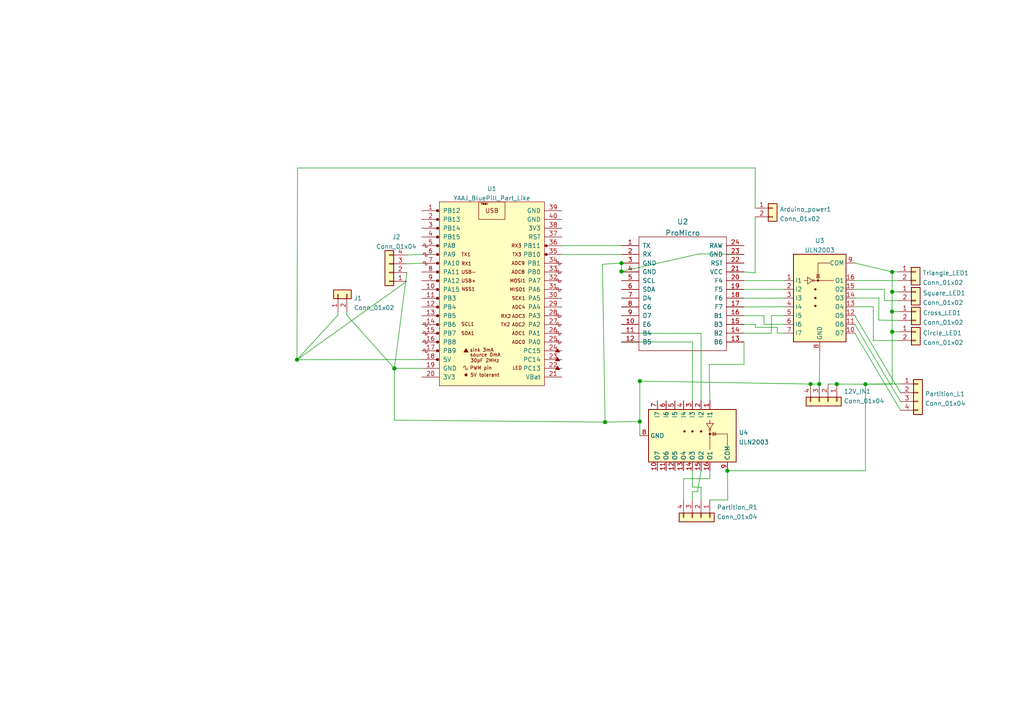
<source format=kicad_sch>
(kicad_sch (version 20210621) (generator eeschema)
  (paper "A4")
  (lib_symbols
    (symbol "BluePill_Part_Like:YAAJ_BluePill_Part_Like" (pin_names (offset 1.016))
      (property "Reference" "U" (at -12.7 25.4 0))
      (property "Value" "YAAJ_BluePill_Part_Like" (at 0 2.54 90))
      (symbol "YAAJ_BluePill_Part_Like_0_0"
        (circle (center -7.493 -24.765) (radius 0.254))
        (circle (center -7.493 -24.765) (radius 0.3556))
        (circle (center 15.748 10.16) (radius 0.3556))
        (circle (center 15.748 12.7) (radius 0.3556))
        (circle (center -15.748 -20.32) (radius 0.3556) (fill (type outline)))
        (circle (center -15.748 -17.78) (radius 0.3556) (fill (type outline)))
        (circle (center -15.748 -15.24) (radius 0.3556) (fill (type outline)))
        (circle (center -15.748 -12.7) (radius 0.3556) (fill (type outline)))
        (circle (center -15.748 -10.16) (radius 0.3556) (fill (type outline)))
        (circle (center -15.748 -7.62) (radius 0.3556) (fill (type outline)))
        (circle (center -15.748 -5.08) (radius 0.3556) (fill (type outline)))
        (circle (center -15.748 -2.54) (radius 0.3556) (fill (type outline)))
        (circle (center -15.748 0) (radius 0.3556) (fill (type outline)))
        (circle (center -15.748 2.54) (radius 0.3556) (fill (type outline)))
        (circle (center -15.748 5.08) (radius 0.3556) (fill (type outline)))
        (circle (center -15.748 7.62) (radius 0.3556) (fill (type outline)))
        (circle (center -15.748 10.16) (radius 0.3556) (fill (type outline)))
        (circle (center -15.748 12.7) (radius 0.3556) (fill (type outline)))
        (circle (center -15.748 15.24) (radius 0.3556) (fill (type outline)))
        (circle (center -15.748 17.78) (radius 0.3556) (fill (type outline)))
        (circle (center -15.748 22.86) (radius 0.3556) (fill (type outline)))
        (circle (center -7.493 -24.765) (radius 0.127) (fill (type outline)))
        (circle (center 15.748 10.16) (radius 0.254) (fill (type outline)))
        (circle (center 15.748 12.7) (radius 0.254) (fill (type outline)))
        (text "30pF 2MHz" (at -2.032 -20.574 0) (effects (font (size 0.9906 0.9906))))
        (text "5V tolerant" (at -2.032 -24.765 0) (effects (font (size 0.9906 0.9906))))
        (text "ADC0" (at 7.747 -15.24 0) (effects (font (size 0.9906 0.9906))))
        (text "ADC1" (at 7.747 -12.7 0) (effects (font (size 0.9906 0.9906))))
        (text "ADC2" (at 7.747 -10.16 0) (effects (font (size 0.9906 0.9906))))
        (text "ADC3" (at 7.747 -7.747 0) (effects (font (size 0.9906 0.9906))))
        (text "ADC4" (at 7.747 -5.08 0) (effects (font (size 0.9906 0.9906))))
        (text "ADC8" (at 7.62 5.08 0) (effects (font (size 0.9906 0.9906))))
        (text "ADC9" (at 7.62 7.62 0) (effects (font (size 0.9906 0.9906))))
        (text "LED" (at 7.366 -22.733 0) (effects (font (size 0.9906 0.9906))))
        (text "MISO1" (at 7.493 0 0) (effects (font (size 0.9906 0.9906))))
        (text "MOSI1" (at 7.493 2.54 0) (effects (font (size 0.9906 0.9906))))
        (text "NSS1" (at -6.858 0.127 0) (effects (font (size 0.9906 0.9906))))
        (text "PWM pin" (at -3.175 -22.733 0) (effects (font (size 0.9906 0.9906))))
        (text "RX1" (at -7.366 7.493 0) (effects (font (size 0.9906 0.9906))))
        (text "RX2" (at 4.064 -7.747 0) (effects (font (size 0.9906 0.9906))))
        (text "RX3" (at 7.112 12.7 0) (effects (font (size 0.9906 0.9906))))
        (text "SCK1" (at 7.747 -2.54 0) (effects (font (size 0.9906 0.9906))))
        (text "SCL1" (at -6.985 -10.033 0) (effects (font (size 0.9906 0.9906))))
        (text "SDA1" (at -6.985 -12.7 0) (effects (font (size 0.9906 0.9906))))
        (text "sink 3mA" (at -2.921 -17.526 0) (effects (font (size 0.9906 0.9906))))
        (text "source 0mA" (at -1.905 -18.923 0) (effects (font (size 0.9906 0.9906))))
        (text "TX1" (at -7.493 10.16 0) (effects (font (size 0.9906 0.9906))))
        (text "TX2" (at 3.937 -10.16 0) (effects (font (size 0.9906 0.9906))))
        (text "TX3" (at 7.239 10.16 0) (effects (font (size 0.9906 0.9906))))
        (text "USB" (at 0 22.86 0) (effects (font (size 1.27 1.27))))
        (text "USB+" (at -6.731 2.54 0) (effects (font (size 0.9906 0.9906))))
        (text "USB-" (at -6.731 5.08 0) (effects (font (size 0.9906 0.9906))))
        (text "Y@@J" (at -2.159 24.892 0) (effects (font (size 0.508 0.508))))
        (polyline (pts (xy -8.128 -18.161) (xy -7.493 -17.145) (xy -6.858 -18.161) (xy -8.128 -18.161) (xy -7.493 -17.272) (xy -6.985 -18.161) (xy -8.001 -18.034) (xy -7.493 -17.399) (xy -7.112 -18.161) (xy -7.874 -17.907) (xy -7.366 -17.526) (xy -7.239 -18.161) (xy -7.747 -17.78) (xy -7.239 -17.653) (xy -7.366 -18.034) (xy -7.62 -17.78) (xy -7.366 -17.907) (xy -7.493 -17.653)))
        (polyline (pts (xy 18.415 -23.241) (xy 19.05 -22.225) (xy 19.685 -23.241) (xy 18.415 -23.241) (xy 19.05 -22.352) (xy 19.558 -23.241) (xy 18.542 -23.114) (xy 19.05 -22.479) (xy 19.431 -23.241) (xy 18.669 -22.987) (xy 19.177 -22.606) (xy 19.304 -23.241) (xy 18.796 -22.86) (xy 19.304 -22.733) (xy 19.177 -23.114) (xy 18.923 -22.86) (xy 19.177 -22.987) (xy 19.05 -22.733)))
        (polyline (pts (xy 18.415 -20.701) (xy 19.05 -19.685) (xy 19.685 -20.701) (xy 18.415 -20.701) (xy 19.05 -19.812) (xy 19.558 -20.701) (xy 18.542 -20.574) (xy 19.05 -19.939) (xy 19.431 -20.701) (xy 18.669 -20.447) (xy 19.177 -20.066) (xy 19.304 -20.701) (xy 18.796 -20.32) (xy 19.304 -20.193) (xy 19.177 -20.574) (xy 18.923 -20.32) (xy 19.177 -20.447) (xy 19.05 -20.193)))
        (polyline (pts (xy 18.415 -18.161) (xy 19.05 -17.145) (xy 19.685 -18.161) (xy 18.415 -18.161) (xy 19.05 -17.272) (xy 19.558 -18.161) (xy 18.542 -18.034) (xy 19.05 -17.399) (xy 19.431 -18.161) (xy 18.669 -17.907) (xy 19.177 -17.526) (xy 19.304 -18.161) (xy 18.796 -17.78) (xy 19.304 -17.653) (xy 19.177 -18.034) (xy 18.923 -17.78) (xy 19.177 -17.907) (xy 19.05 -17.653)))
      )
      (symbol "YAAJ_BluePill_Part_Like_0_1"
        (rectangle (start 3.81 25.4) (end -3.81 20.32))
        (rectangle (start -15.24 25.4) (end 15.24 -27.94) (fill (type background)))
        (polyline (pts (xy -18.796 -17.78) (xy -18.796 -18.288) (xy -19.304 -18.288) (xy -19.304 -17.272) (xy -19.812 -17.272) (xy -19.812 -17.78)))
        (polyline (pts (xy -18.796 -15.24) (xy -18.796 -15.748) (xy -19.304 -15.748) (xy -19.304 -14.732) (xy -19.812 -14.732) (xy -19.812 -15.24)))
        (polyline (pts (xy -18.796 -12.7) (xy -18.796 -13.208) (xy -19.304 -13.208) (xy -19.304 -12.192) (xy -19.812 -12.192) (xy -19.812 -12.7)))
        (polyline (pts (xy -18.796 -10.16) (xy -18.796 -10.668) (xy -19.304 -10.668) (xy -19.304 -9.652) (xy -19.812 -9.652) (xy -19.812 -10.16)))
        (polyline (pts (xy -18.796 7.62) (xy -18.796 7.112) (xy -19.304 7.112) (xy -19.304 8.128) (xy -19.812 8.128) (xy -19.812 7.62)))
        (polyline (pts (xy -18.796 10.16) (xy -18.796 9.652) (xy -19.304 9.652) (xy -19.304 10.668) (xy -19.812 10.668) (xy -19.812 10.16)))
        (polyline (pts (xy -18.796 12.7) (xy -18.796 12.192) (xy -19.304 12.192) (xy -19.304 13.208) (xy -19.812 13.208) (xy -19.812 12.7)))
        (polyline (pts (xy -7.112 -22.733) (xy -7.112 -23.241) (xy -7.62 -23.241) (xy -7.62 -22.225) (xy -8.128 -22.225) (xy -8.128 -22.733)))
        (polyline (pts (xy 19.812 -15.24) (xy 19.812 -15.748) (xy 19.304 -15.748) (xy 19.304 -14.732) (xy 18.796 -14.732) (xy 18.796 -15.24)))
        (polyline (pts (xy 19.812 -12.7) (xy 19.812 -13.208) (xy 19.304 -13.208) (xy 19.304 -12.192) (xy 18.796 -12.192) (xy 18.796 -12.7)))
        (polyline (pts (xy 19.812 -10.16) (xy 19.812 -10.668) (xy 19.304 -10.668) (xy 19.304 -9.652) (xy 18.796 -9.652) (xy 18.796 -10.16)))
        (polyline (pts (xy 19.812 -7.62) (xy 19.812 -8.128) (xy 19.304 -8.128) (xy 19.304 -7.112) (xy 18.796 -7.112) (xy 18.796 -7.62)))
        (polyline (pts (xy 19.812 0) (xy 19.812 -0.508) (xy 19.304 -0.508) (xy 19.304 0.508) (xy 18.796 0.508) (xy 18.796 0)))
        (polyline (pts (xy 19.812 2.54) (xy 19.812 2.032) (xy 19.304 2.032) (xy 19.304 3.048) (xy 18.796 3.048) (xy 18.796 2.54)))
        (polyline (pts (xy 19.812 5.08) (xy 19.812 4.572) (xy 19.304 4.572) (xy 19.304 5.588) (xy 18.796 5.588) (xy 18.796 5.08)))
        (polyline (pts (xy 19.812 7.62) (xy 19.812 7.112) (xy 19.304 7.112) (xy 19.304 8.128) (xy 18.796 8.128) (xy 18.796 7.62)))
      )
      (symbol "YAAJ_BluePill_Part_Like_1_1"
        (circle (center -15.748 20.32) (radius 0.3556) (fill (type outline)))
        (pin bidirectional line (at -20.32 22.86 0) (length 5.08) (name "PB12") (number "1"))
        (pin bidirectional line (at -20.32 0 0) (length 5.08) (name "PA15") (number "10"))
        (pin bidirectional line (at -20.32 -2.54 0) (length 5.08) (name "PB3") (number "11"))
        (pin bidirectional line (at -20.32 -5.08 0) (length 5.08) (name "PB4") (number "12"))
        (pin bidirectional line (at -20.32 -7.62 0) (length 5.08) (name "PB5") (number "13"))
        (pin bidirectional line (at -20.32 -10.16 0) (length 5.08) (name "PB6") (number "14"))
        (pin bidirectional line (at -20.32 -12.7 0) (length 5.08) (name "PB7") (number "15"))
        (pin bidirectional line (at -20.32 -15.24 0) (length 5.08) (name "PB8") (number "16"))
        (pin bidirectional line (at -20.32 -17.78 0) (length 5.08) (name "PB9") (number "17"))
        (pin power_in line (at -20.32 -20.32 0) (length 5.08) (name "5V") (number "18"))
        (pin power_in line (at -20.32 -22.86 0) (length 5.08) (name "GND") (number "19"))
        (pin bidirectional line (at -20.32 20.32 0) (length 5.08) (name "PB13") (number "2"))
        (pin power_in line (at -20.32 -25.4 0) (length 5.08) (name "3V3") (number "20"))
        (pin power_in line (at 20.32 -25.4 180) (length 5.08) (name "VBat") (number "21"))
        (pin bidirectional line (at 20.32 -22.86 180) (length 5.08) (name "PC13") (number "22"))
        (pin bidirectional line (at 20.32 -20.32 180) (length 5.08) (name "PC14") (number "23"))
        (pin bidirectional line (at 20.32 -17.78 180) (length 5.08) (name "PC15") (number "24"))
        (pin bidirectional line (at 20.32 -15.24 180) (length 5.08) (name "PA0") (number "25"))
        (pin bidirectional line (at 20.32 -12.7 180) (length 5.08) (name "PA1") (number "26"))
        (pin bidirectional line (at 20.32 -10.16 180) (length 5.08) (name "PA2") (number "27"))
        (pin bidirectional line (at 20.32 -7.62 180) (length 5.08) (name "PA3") (number "28"))
        (pin bidirectional line (at 20.32 -5.08 180) (length 5.08) (name "PA4") (number "29"))
        (pin bidirectional line (at -20.32 17.78 0) (length 5.08) (name "PB14") (number "3"))
        (pin bidirectional line (at 20.32 -2.54 180) (length 5.08) (name "PA5") (number "30"))
        (pin bidirectional line (at 20.32 0 180) (length 5.08) (name "PA6") (number "31"))
        (pin bidirectional line (at 20.32 2.54 180) (length 5.08) (name "PA7") (number "32"))
        (pin bidirectional line (at 20.32 5.08 180) (length 5.08) (name "PB0") (number "33"))
        (pin bidirectional line (at 20.32 7.62 180) (length 5.08) (name "PB1") (number "34"))
        (pin bidirectional line (at 20.32 10.16 180) (length 5.08) (name "PB10") (number "35"))
        (pin bidirectional line (at 20.32 12.7 180) (length 5.08) (name "PB11") (number "36"))
        (pin input line (at 20.32 15.24 180) (length 5.08) (name "RST") (number "37"))
        (pin power_in line (at 20.32 17.78 180) (length 5.08) (name "3V3") (number "38"))
        (pin power_in line (at 20.32 22.86 180) (length 5.08) (name "GND") (number "39"))
        (pin bidirectional line (at -20.32 15.24 0) (length 5.08) (name "PB15") (number "4"))
        (pin power_in line (at 20.32 20.32 180) (length 5.08) (name "GND") (number "40"))
        (pin bidirectional line (at -20.32 12.7 0) (length 5.08) (name "PA8") (number "5"))
        (pin bidirectional line (at -20.32 10.16 0) (length 5.08) (name "PA9") (number "6"))
        (pin bidirectional line (at -20.32 7.62 0) (length 5.08) (name "PA10") (number "7"))
        (pin bidirectional line (at -20.32 5.08 0) (length 5.08) (name "PA11") (number "8"))
        (pin bidirectional line (at -20.32 2.54 0) (length 5.08) (name "PA12") (number "9"))
      )
    )
    (symbol "Connector_Generic:Conn_01x02" (pin_names (offset 1.016) hide)
      (property "Reference" "J" (at 0 2.54 0))
      (property "Value" "Conn_01x02" (at 0 -5.08 0))
      (symbol "Conn_01x02_1_1"
        (rectangle (start -1.27 -2.413) (end 0 -2.667) (stroke (width 0.1524)))
        (rectangle (start -1.27 0.127) (end 0 -0.127) (stroke (width 0.1524)))
        (rectangle (start -1.27 1.27) (end 1.27 -3.81) (stroke (width 0.254)) (fill (type background)))
        (pin passive line (at -5.08 0 0) (length 3.81) (name "Pin_1") (number "1"))
        (pin passive line (at -5.08 -2.54 0) (length 3.81) (name "Pin_2") (number "2"))
      )
    )
    (symbol "Connector_Generic:Conn_01x04" (pin_names (offset 1.016) hide)
      (property "Reference" "J" (at 0 5.08 0))
      (property "Value" "Conn_01x04" (at 0 -7.62 0))
      (symbol "Conn_01x04_1_1"
        (rectangle (start -1.27 -4.953) (end 0 -5.207) (stroke (width 0.1524)))
        (rectangle (start -1.27 -2.413) (end 0 -2.667) (stroke (width 0.1524)))
        (rectangle (start -1.27 0.127) (end 0 -0.127) (stroke (width 0.1524)))
        (rectangle (start -1.27 2.667) (end 0 2.413) (stroke (width 0.1524)))
        (rectangle (start -1.27 3.81) (end 1.27 -6.35) (stroke (width 0.254)) (fill (type background)))
        (pin passive line (at -5.08 2.54 0) (length 3.81) (name "Pin_1") (number "1"))
        (pin passive line (at -5.08 0 0) (length 3.81) (name "Pin_2") (number "2"))
        (pin passive line (at -5.08 -2.54 0) (length 3.81) (name "Pin_3") (number "3"))
        (pin passive line (at -5.08 -5.08 0) (length 3.81) (name "Pin_4") (number "4"))
      )
    )
    (symbol "Transistor_Array:ULN2003"
      (property "Reference" "U" (at 0 15.875 0))
      (property "Value" "ULN2003" (at 0 13.97 0))
      (symbol "ULN2003_0_1"
        (circle (center -1.778 5.08) (radius 0.254))
        (circle (center -1.27 -2.286) (radius 0.254) (fill (type outline)))
        (circle (center -1.27 0) (radius 0.254) (fill (type outline)))
        (circle (center -1.27 2.54) (radius 0.254) (fill (type outline)))
        (circle (center -0.508 5.08) (radius 0.254) (fill (type outline)))
        (rectangle (start -7.62 -12.7) (end 7.62 12.7) (stroke (width 0.254)) (fill (type background)))
        (polyline (pts (xy -4.572 5.08) (xy -3.556 5.08)))
        (polyline (pts (xy -1.524 5.08) (xy 4.064 5.08)))
        (polyline (pts (xy 0 6.731) (xy -1.016 6.731)))
        (polyline (pts (xy -0.508 5.08) (xy -0.508 10.16) (xy 2.921 10.16)))
        (polyline (pts (xy -3.556 6.096) (xy -3.556 4.064) (xy -2.032 5.08) (xy -3.556 6.096)))
        (polyline (pts (xy 0 5.969) (xy -1.016 5.969) (xy -0.508 6.731) (xy 0 5.969)))
      )
      (symbol "ULN2003_1_1"
        (pin input line (at -10.16 5.08 0) (length 2.54) (name "I1") (number "1"))
        (pin open_collector line (at 10.16 -10.16 180) (length 2.54) (name "O7") (number "10"))
        (pin open_collector line (at 10.16 -7.62 180) (length 2.54) (name "O6") (number "11"))
        (pin open_collector line (at 10.16 -5.08 180) (length 2.54) (name "O5") (number "12"))
        (pin open_collector line (at 10.16 -2.54 180) (length 2.54) (name "O4") (number "13"))
        (pin open_collector line (at 10.16 0 180) (length 2.54) (name "O3") (number "14"))
        (pin open_collector line (at 10.16 2.54 180) (length 2.54) (name "O2") (number "15"))
        (pin open_collector line (at 10.16 5.08 180) (length 2.54) (name "O1") (number "16"))
        (pin input line (at -10.16 2.54 0) (length 2.54) (name "I2") (number "2"))
        (pin input line (at -10.16 0 0) (length 2.54) (name "I3") (number "3"))
        (pin input line (at -10.16 -2.54 0) (length 2.54) (name "I4") (number "4"))
        (pin input line (at -10.16 -5.08 0) (length 2.54) (name "I5") (number "5"))
        (pin input line (at -10.16 -7.62 0) (length 2.54) (name "I6") (number "6"))
        (pin input line (at -10.16 -10.16 0) (length 2.54) (name "I7") (number "7"))
        (pin power_in line (at 0 -15.24 90) (length 2.54) (name "GND") (number "8"))
        (pin passive line (at 10.16 10.16 180) (length 2.54) (name "COM") (number "9"))
      )
    )
    (symbol "promicro:ProMicro" (pin_names (offset 1.016))
      (property "Reference" "U" (at 0 24.13 0))
      (property "Value" "ProMicro" (at 0 -13.97 0))
      (symbol "ProMicro_0_1"
        (rectangle (start -12.7 21.59) (end 12.7 -11.43))
      )
      (symbol "ProMicro_1_1"
        (pin bidirectional line (at -17.78 19.05 0) (length 5.08) (name "TX") (number "1"))
        (pin bidirectional line (at -17.78 -3.81 0) (length 5.08) (name "E6") (number "10"))
        (pin bidirectional line (at -17.78 -6.35 0) (length 5.08) (name "B4") (number "11"))
        (pin bidirectional line (at -17.78 -8.89 0) (length 5.08) (name "B5") (number "12"))
        (pin bidirectional line (at 17.78 -8.89 180) (length 5.08) (name "B6") (number "13"))
        (pin bidirectional line (at 17.78 -6.35 180) (length 5.08) (name "B2") (number "14"))
        (pin bidirectional line (at 17.78 -3.81 180) (length 5.08) (name "B3") (number "15"))
        (pin bidirectional line (at 17.78 -1.27 180) (length 5.08) (name "B1") (number "16"))
        (pin bidirectional line (at 17.78 1.27 180) (length 5.08) (name "F7") (number "17"))
        (pin bidirectional line (at 17.78 3.81 180) (length 5.08) (name "F6") (number "18"))
        (pin bidirectional line (at 17.78 6.35 180) (length 5.08) (name "F5") (number "19"))
        (pin bidirectional line (at -17.78 16.51 0) (length 5.08) (name "RX") (number "2"))
        (pin bidirectional line (at 17.78 8.89 180) (length 5.08) (name "F4") (number "20"))
        (pin power_in line (at 17.78 11.43 180) (length 5.08) (name "VCC") (number "21"))
        (pin input line (at 17.78 13.97 180) (length 5.08) (name "RST") (number "22"))
        (pin power_in line (at 17.78 16.51 180) (length 5.08) (name "GND") (number "23"))
        (pin power_out line (at 17.78 19.05 180) (length 5.08) (name "RAW") (number "24"))
        (pin power_in line (at -17.78 13.97 0) (length 5.08) (name "GND") (number "3"))
        (pin power_in line (at -17.78 11.43 0) (length 5.08) (name "GND") (number "4"))
        (pin bidirectional line (at -17.78 8.89 0) (length 5.08) (name "SCL") (number "5"))
        (pin bidirectional line (at -17.78 6.35 0) (length 5.08) (name "SDA") (number "6"))
        (pin bidirectional line (at -17.78 3.81 0) (length 5.08) (name "D4") (number "7"))
        (pin bidirectional line (at -17.78 1.27 0) (length 5.08) (name "C6") (number "8"))
        (pin bidirectional line (at -17.78 -1.27 0) (length 5.08) (name "D7") (number "9"))
      )
    )
  )
  (junction (at 86.1356 104.3374) (diameter 1.016))
  (junction (at 114.3891 106.8362) (diameter 1.016))
  (junction (at 114.3891 106.8394) (diameter 1.016))
  (junction (at 175.4955 122.44) (diameter 1.016))
  (junction (at 180.2362 76.3212) (diameter 1.016))
  (junction (at 180.2362 78.7439) (diameter 1.016))
  (junction (at 185.5727 110.5373) (diameter 1.016))
  (junction (at 185.5727 122.2698) (diameter 1.016))
  (junction (at 210.9727 136.5401) (diameter 1.016))
  (junction (at 235.0861 111.3952) (diameter 1.016))
  (junction (at 237.6261 111.3952) (diameter 1.016))
  (junction (at 242.7061 111.3952) (diameter 1.016))
  (junction (at 251.0061 111.4384) (diameter 1.016))
  (junction (at 258.7306 90.3858) (diameter 1.016))
  (junction (at 258.7571 78.8643) (diameter 1.016))
  (junction (at 258.7571 84.6513) (diameter 1.016))
  (junction (at 258.7571 96.2315) (diameter 1.016))
  (wire (pts (xy 86.1356 104.3374) (xy 86.295 48.7213)))
  (wire (pts (xy 86.295 48.7213) (xy 219.0406 48.7213)))
  (wire (pts (xy 97.992 91.1846) (xy 98.0514 90.4432)))
  (wire (pts (xy 98.0129 91.3758) (xy 86.1356 104.3374)))
  (wire (pts (xy 98.0129 91.3758) (xy 97.992 91.1846)))
  (wire (pts (xy 100.532 91.1846) (xy 100.5914 90.4432)))
  (wire (pts (xy 100.5529 91.3758) (xy 100.532 91.1846)))
  (wire (pts (xy 100.5529 91.3758) (xy 114.3891 106.8362)))
  (wire (pts (xy 114.3891 106.8362) (xy 114.3891 106.8394)))
  (wire (pts (xy 114.3891 106.8394) (xy 114.3891 121.8603)))
  (wire (pts (xy 114.3891 106.8394) (xy 122.3377 106.8274)))
  (wire (pts (xy 114.3891 121.8603) (xy 175.4955 122.44)))
  (wire (pts (xy 118.0001 73.9646) (xy 122.3377 73.8074)))
  (wire (pts (xy 118.0001 76.5046) (xy 122.3377 76.3474)))
  (wire (pts (xy 118.0001 79.0446) (xy 114.3891 106.8362)))
  (wire (pts (xy 118.0001 81.5846) (xy 86.1356 104.3374)))
  (wire (pts (xy 122.3377 104.2874) (xy 86.1356 104.3374)))
  (wire (pts (xy 162.9777 71.2674) (xy 180.2362 71.2412)))
  (wire (pts (xy 162.9777 73.8074) (xy 180.2362 73.7812)))
  (wire (pts (xy 174.7226 76.6454) (xy 180.2362 76.3212)))
  (wire (pts (xy 175.4955 122.44) (xy 174.7226 76.6454)))
  (wire (pts (xy 175.4955 122.44) (xy 185.5727 122.2698)))
  (wire (pts (xy 180.2362 76.3212) (xy 180.2362 78.7439)))
  (wire (pts (xy 180.2362 78.7439) (xy 180.2362 78.8612)))
  (wire (pts (xy 180.2362 78.7439) (xy 202.7457 73.6402)))
  (wire (pts (xy 180.2362 99.1812) (xy 200.8673 99.1812)))
  (wire (pts (xy 185.5727 110.5373) (xy 185.5727 110.4613)))
  (wire (pts (xy 185.5727 122.2698) (xy 185.5727 110.5373)))
  (wire (pts (xy 185.5727 126.3801) (xy 185.5727 122.2698)))
  (wire (pts (xy 198.2568 138.843) (xy 205.8927 138.843)))
  (wire (pts (xy 198.2568 145.0007) (xy 198.2568 138.843)))
  (wire (pts (xy 200.7968 142.6051) (xy 202.2818 142.6015)))
  (wire (pts (xy 200.7968 145.0007) (xy 200.7968 142.6051)))
  (wire (pts (xy 200.8063 141.2479) (xy 200.8127 136.5401)))
  (wire (pts (xy 200.8673 99.1812) (xy 200.8127 116.2201)))
  (wire (pts (xy 202.2818 142.6015) (xy 203.3527 136.5401)))
  (wire (pts (xy 202.7457 73.6402) (xy 215.7962 73.7812)))
  (wire (pts (xy 203.3368 141.3108) (xy 200.8063 141.2479)))
  (wire (pts (xy 203.3368 145.0007) (xy 203.3368 141.3108)))
  (wire (pts (xy 203.3527 96.6831) (xy 180.2362 96.6412)))
  (wire (pts (xy 203.3527 116.2201) (xy 203.3527 96.6831)))
  (wire (pts (xy 205.6937 105.6931) (xy 205.8927 116.2201)))
  (wire (pts (xy 205.8768 145.0007) (xy 211.088 145.0007)))
  (wire (pts (xy 205.8927 138.843) (xy 205.8927 136.5401)))
  (wire (pts (xy 210.9727 136.5401) (xy 251.0061 136.5401)))
  (wire (pts (xy 211.088 145.0007) (xy 210.9727 136.5401)))
  (wire (pts (xy 215.7962 81.4012) (xy 227.6 81.3678)))
  (wire (pts (xy 215.7962 83.9412) (xy 227.6 83.9078)))
  (wire (pts (xy 215.7962 86.4812) (xy 227.6 86.4478)))
  (wire (pts (xy 215.7962 89.0212) (xy 227.6 88.9878)))
  (wire (pts (xy 215.7962 91.5612) (xy 221.5862 91.5612)))
  (wire (pts (xy 215.7962 94.1012) (xy 219.1205 94.1106)))
  (wire (pts (xy 215.7962 96.6412) (xy 223.7216 96.6412)))
  (wire (pts (xy 215.7962 99.1812) (xy 215.7962 105.6889)))
  (wire (pts (xy 215.7962 105.6889) (xy 205.6937 105.6931)))
  (wire (pts (xy 219.0154 62.8944) (xy 219.0154 79.1587)))
  (wire (pts (xy 219.0154 79.1587) (xy 215.7962 78.8612)))
  (wire (pts (xy 219.0406 48.7213) (xy 219.0154 60.3544)))
  (wire (pts (xy 219.1155 94.9438) (xy 219.1205 94.1106)))
  (wire (pts (xy 219.1155 94.9438) (xy 225.4358 94.9438)))
  (wire (pts (xy 221.5862 91.5612) (xy 221.5862 94.072)))
  (wire (pts (xy 221.5862 94.072) (xy 227.6 94.0678)))
  (wire (pts (xy 223.7216 96.6412) (xy 223.771 91.5538)))
  (wire (pts (xy 223.771 91.5538) (xy 227.6 91.5278)))
  (wire (pts (xy 225.4358 96.6412) (xy 225.4358 94.9438)))
  (wire (pts (xy 227.6 96.6078) (xy 225.4358 96.6412)))
  (wire (pts (xy 235.0861 111.3952) (xy 185.5727 110.5373)))
  (wire (pts (xy 235.0861 111.3952) (xy 237.6261 111.3952)))
  (wire (pts (xy 237.76 101.6878) (xy 237.6261 111.3952)))
  (wire (pts (xy 240.1661 111.3952) (xy 242.7061 111.3952)))
  (wire (pts (xy 242.7061 111.3952) (xy 251.0061 111.4384)))
  (wire (pts (xy 247.92 83.9078) (xy 256.4993 83.9078)))
  (wire (pts (xy 247.92 86.4478) (xy 254.9126 86.4478)))
  (wire (pts (xy 247.92 88.9878) (xy 253.2981 88.9878)))
  (wire (pts (xy 247.92 91.5278) (xy 261.1686 113.8953)))
  (wire (pts (xy 247.92 94.0678) (xy 261.1686 116.4353)))
  (wire (pts (xy 247.92 96.6078) (xy 261.1686 118.9753)))
  (wire (pts (xy 251.0061 111.4384) (xy 261.1686 111.3553)))
  (wire (pts (xy 251.0061 136.5401) (xy 251.0061 111.4384)))
  (wire (pts (xy 253.2981 88.9878) (xy 253.2981 98.7647)))
  (wire (pts (xy 253.2981 98.7647) (xy 260.5499 98.7715)))
  (wire (pts (xy 254.8848 92.8354) (xy 260.5499 92.9258)))
  (wire (pts (xy 254.9126 86.4478) (xy 254.8848 92.8354)))
  (wire (pts (xy 256.4993 83.9078) (xy 256.5272 87.1845)))
  (wire (pts (xy 256.5272 87.1845) (xy 260.522 87.1913)))
  (wire (pts (xy 258.7306 90.3858) (xy 258.7571 84.6513)))
  (wire (pts (xy 258.7306 90.3858) (xy 260.5499 90.3858)))
  (wire (pts (xy 258.7571 78.8643) (xy 247.92 76.2878)))
  (wire (pts (xy 258.7571 78.8643) (xy 260.4844 78.8292)))
  (wire (pts (xy 258.7571 84.6513) (xy 258.7571 78.8643)))
  (wire (pts (xy 258.7571 84.6513) (xy 260.522 84.6513)))
  (wire (pts (xy 258.7571 96.2315) (xy 258.7306 90.3858)))
  (wire (pts (xy 258.7571 96.2315) (xy 258.7715 111.3553)))
  (wire (pts (xy 258.7715 111.3553) (xy 251.0061 111.4384)))
  (wire (pts (xy 260.4844 81.3692) (xy 247.92 81.3678)))
  (wire (pts (xy 260.5499 96.2315) (xy 258.7571 96.2315)))
  (symbol (lib_id "Connector_Generic:Conn_01x02") (at 98.0514 85.3632 90) (unit 1)
    (property "Reference" "J1" (at 102.6235 86.4867 90) (effects (justify right)))
    (property "Value" "Conn_01x02" (at 102.6235 89.2618 90) (effects (justify right)))
    (property "Footprint" "Connector_JST:JST_XH_B2B-XH-A_1x02_P2.50mm_Vertical" (effects hide))
  )
  (symbol (lib_id "Connector_Generic:Conn_01x02") (at 224.0954 60.3544 0) (unit 1)
    (property "Reference" "Arduino_power1" (at 226.1275 60.7159 0) (effects (justify left)))
    (property "Value" "Conn_01x02" (at 226.1275 63.491 0) (effects (justify left)))
    (property "Footprint" "Connector_JST:JST_XH_B2B-XH-A_1x02_P2.50mm_Vertical" (effects hide))
  )
  (symbol (lib_id "Connector_Generic:Conn_01x02") (at 265.5644 78.8292 0) (unit 1)
    (property "Reference" "Triangle_LED1" (at 267.5965 79.1907 0) (effects (justify left)))
    (property "Value" "Conn_01x02" (at 267.5965 81.9658 0) (effects (justify left)))
    (property "Footprint" "Connector_JST:JST_XH_B2B-XH-A_1x02_P2.50mm_Vertical" (effects hide))
  )
  (symbol (lib_id "Connector_Generic:Conn_01x02") (at 265.602 84.6513 0) (unit 1)
    (property "Reference" "Square_LED1" (at 267.6341 85.0128 0) (effects (justify left)))
    (property "Value" "Conn_01x02" (at 267.6341 87.7879 0) (effects (justify left)))
    (property "Footprint" "Connector_JST:JST_XH_B2B-XH-A_1x02_P2.50mm_Vertical" (effects hide))
  )
  (symbol (lib_id "Connector_Generic:Conn_01x02") (at 265.6299 90.3858 0) (unit 1)
    (property "Reference" "Cross_LED1" (at 267.662 90.7473 0) (effects (justify left)))
    (property "Value" "Conn_01x02" (at 267.662 93.5224 0) (effects (justify left)))
    (property "Footprint" "Connector_JST:JST_XH_B2B-XH-A_1x02_P2.50mm_Vertical" (effects hide))
  )
  (symbol (lib_id "Connector_Generic:Conn_01x02") (at 265.6299 96.2315 0) (unit 1)
    (property "Reference" "Circle_LED1" (at 267.662 96.593 0) (effects (justify left)))
    (property "Value" "Conn_01x02" (at 267.662 99.3681 0) (effects (justify left)))
    (property "Footprint" "Connector_JST:JST_XH_B2B-XH-A_1x02_P2.50mm_Vertical" (effects hide))
  )
  (symbol (lib_id "Connector_Generic:Conn_01x04") (at 112.9201 79.0446 180) (unit 1)
    (property "Reference" "J2" (at 114.9521 68.728 0))
    (property "Value" "Conn_01x04" (at 114.9521 71.5031 0))
    (property "Footprint" "Connector_JST:JST_XH_B4B-XH-A_1x04_P2.50mm_Vertical" (effects hide))
  )
  (symbol (lib_id "Connector_Generic:Conn_01x04") (at 203.3368 150.0807 270) (unit 1)
    (property "Reference" "Partition_R1" (at 207.9089 147.1402 90) (effects (justify left)))
    (property "Value" "Conn_01x04" (at 207.9089 149.9153 90) (effects (justify left)))
    (property "Footprint" "Connector_JST:JST_XH_B4B-XH-A_1x04_P2.50mm_Vertical" (effects hide))
  )
  (symbol (lib_id "Connector_Generic:Conn_01x04") (at 240.1661 116.4752 270) (unit 1)
    (property "Reference" "12V_IN1" (at 244.7382 113.5347 90) (effects (justify left)))
    (property "Value" "Conn_01x04" (at 244.7382 116.3098 90) (effects (justify left)))
    (property "Footprint" "Connector_JST:JST_XH_B4B-XH-A_1x04_P2.50mm_Vertical" (effects hide))
  )
  (symbol (lib_id "Connector_Generic:Conn_01x04") (at 266.2486 113.8953 0) (unit 1)
    (property "Reference" "Partition_L1" (at 268.2807 114.2568 0) (effects (justify left)))
    (property "Value" "Conn_01x04" (at 268.2807 117.0319 0) (effects (justify left)))
    (property "Footprint" "Connector_JST:JST_XH_B4B-XH-A_1x04_P2.50mm_Vertical" (effects hide))
  )
  (symbol (lib_id "Transistor_Array:ULN2003") (at 200.8127 126.3801 270) (unit 1)
    (property "Reference" "U4" (at 214.2748 125.4716 90) (effects (justify left)))
    (property "Value" "ULN2003" (at 214.2748 128.2467 90) (effects (justify left)))
    (property "Footprint" "Package_DIP:DIP-16_W7.62mm" (effects hide))
    (property "Datasheet" "http://www.ti.com/lit/ds/symlink/uln2003a.pdf" (effects hide))
  )
  (symbol (lib_id "Transistor_Array:ULN2003") (at 237.76 86.4478 0) (unit 1)
    (property "Reference" "U3" (at 237.76 69.7812 0))
    (property "Value" "ULN2003" (at 237.76 72.5563 0))
    (property "Footprint" "Package_DIP:DIP-16_W7.62mm" (effects hide))
    (property "Datasheet" "http://www.ti.com/lit/ds/symlink/uln2003a.pdf" (effects hide))
  )
  (symbol (lib_id "promicro:ProMicro") (at 198.0162 90.2912 0) (unit 1)
    (property "Reference" "U2" (at 198.0162 64.2972 0) (effects (font (size 1.524 1.524))))
    (property "Value" "ProMicro" (at 198.0162 67.5762 0) (effects (font (size 1.524 1.524))))
    (property "Footprint" "promicro:ProMicro" (effects hide))
  )
  (symbol (lib_id "BluePill_Part_Like:YAAJ_BluePill_Part_Like") (at 142.6577 83.9674 0) (unit 1)
    (property "Reference" "U1" (at 142.6577 54.7278 0))
    (property "Value" "YAAJ_BluePill_Part_Like" (at 142.6577 57.5029 0))
    (property "Footprint" "bluepill:YAAJ_BluePill_1" (effects hide))
  )
)
</source>
